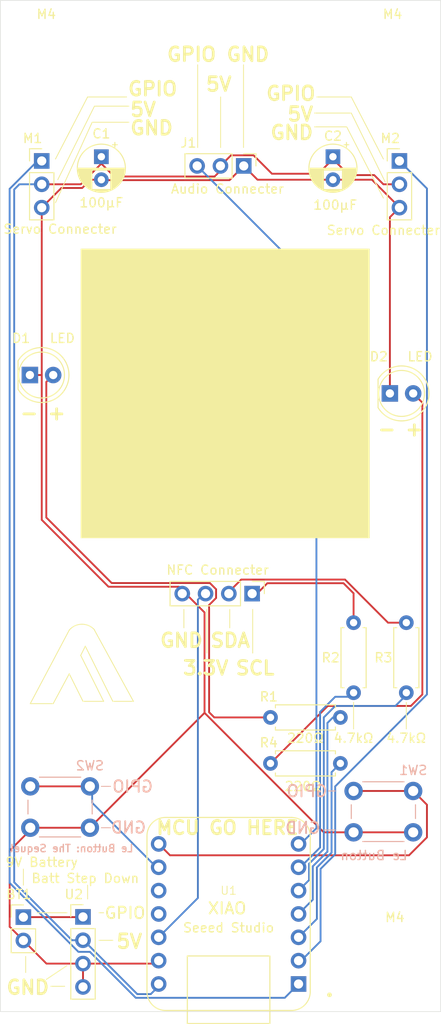
<source format=kicad_pcb>
(kicad_pcb (version 20240108) (generator "pcbnew") (generator_version "8.0")
  (layers (0 "F.Cu" signal) (31 "B.Cu" signal) (34 "B.Paste" user) (35 "F.Paste" user) (36 "B.SilkS" user "B.Silkscreen") (37 "F.SilkS" user "F.Silkscreen") (38 "B.Mask" user) (39 "F.Mask" user) (44 "Edge.Cuts" user))
  (net 0 "")
  (net 1 "Net-(BT1-+)")
  (net 2 "GND")
  (net 3 "+5V")
  (net 4 "Net-(D1-A)")
  (net 5 "Net-(M1-PWM)")
  (net 6 "Net-(M2-PWM)")
  (net 7 "+3.3V")
  (net 8 "Net-(NFC_Connect1-SDA)")
  (net 9 "Net-(NFC_Connect1-SCL)")
  (net 10 "Net-(U1-GPIO21{slash}D3)")
  (net 11 "Net-(U1-GPIO23{slash}D5{slash}SCL)")
  (net 12 "Net-(U1-GPIO22{slash}D4{slash}SDA)")
  (net 13 "Net-(U1-GPIO17{slash}D7{slash}RX)")
  (net 14 "Net-(U1-GPIO19{slash}D8{slash}SCK)")
  (net 15 "Net-(J1-Pin_3)")
  (net 17 "Net-(D2-A)")
  (net 19 "Net-(U1-GPIO2{slash}A2{slash}D2)")
  (footprint "Connector_PinHeader_2.54mm:PinHeader_1x02_P2.54mm_Vertical" (layer "F.Cu") (at 121.5 136.225)
    (property "Reference" "BT1" (at -0.5 -2.475 0) (layer "F.SilkS"))
    (property "Value" "9V Battery" (at 2 -5.975 0) (layer "F.SilkS"))
    (pad "1" thru_hole rect (at 0 0) (size 1.7 1.7) (drill 1) (layers "*.Cu" "*.Mask") (net 1 "Net-(BT1-+)"))
    (pad "2" thru_hole oval (at 0 2.54) (size 1.7 1.7) (drill 1) (layers "*.Cu" "*.Mask") (net 2 "GND"))
  )
  (footprint "Connector_PinHeader_2.54mm:PinHeader_1x03_P2.54mm_Vertical" (layer "F.Cu") (at 123.5 53.96)
    (property "Reference" "M1" (at -1 -2.46 0) (layer "F.SilkS"))
    (property "Value" "Servo Connecter" (at 2 7.41 0) (layer "F.SilkS"))
    (pad "1" thru_hole rect (at 0 0) (size 1.7 1.7) (drill 1) (layers "*.Cu" "*.Mask") (net 5 "Net-(M1-PWM)"))
    (pad "2" thru_hole oval (at 0 2.54) (size 1.7 1.7) (drill 1) (layers "*.Cu" "*.Mask") (net 3 "+5V"))
    (pad "3" thru_hole oval (at 0 5.08) (size 1.7 1.7) (drill 1) (layers "*.Cu" "*.Mask") (net 2 "GND"))
  )
  (footprint "Connector_PinHeader_2.54mm:PinHeader_1x03_P2.54mm_Vertical" (layer "F.Cu") (at 145.525 54.5 -90)
    (property "Reference" "J1" (at -2.5 6.025 180) (layer "F.SilkS"))
    (property "Value" "Audio Connecter" (at 2.5 1.775 180) (layer "F.SilkS"))
    (pad "1" thru_hole rect (at 0 0 270) (size 1.7 1.7) (drill 1) (layers "*.Cu" "*.Mask") (net 2 "GND"))
    (pad "2" thru_hole oval (at 0 2.54 270) (size 1.7 1.7) (drill 1) (layers "*.Cu" "*.Mask") (net 3 "+5V"))
    (pad "3" thru_hole oval (at 0 5.08 270) (size 1.7 1.7) (drill 1) (layers "*.Cu" "*.Mask") (net 15 "Net-(J1-Pin_3)"))
  )
  (footprint "LED_THT:LED_D5.0mm" (layer "F.Cu") (at 122.21 77.25)
    (property "Reference" "D1" (at -0.96 -4 0) (layer "F.SilkS"))
    (property "Value" "LED" (at 3.54 -4 0) (layer "F.SilkS"))
    (pad "1" thru_hole rect (at 0 0) (size 1.8 1.8) (drill 0.9) (layers "*.Cu" "*.Mask") (net 2 "GND"))
    (pad "2" thru_hole circle (at 2.54 0) (size 1.8 1.8) (drill 0.9) (layers "*.Cu" "*.Mask") (net 4 "Net-(D1-A)"))
  )
  (footprint "MountingHole:MountingHole_4.3mm_M4" (layer "F.Cu") (at 124 43.25)
    (property "Reference" "M4" (at 0 -5.25 0) (layer "F.SilkS"))
    (property "Value" "MountingHole_4.3mm_M4" (hide yes))
    (pad "" np_thru_hole circle (at 0 0) (size 4.3 4.3) (drill 4.3) (layers "*.Cu" "*.Mask"))
  )
  (footprint "Resistor_THT:R_Axial_DIN0207_L6.3mm_D2.5mm_P7.62mm_Horizontal" (layer "F.Cu") (at 163.25 111.81 90)
    (property "Reference" "R3" (at 3.81 -2.5 180) (layer "F.SilkS"))
    (property "Value" "4.7kΩ" (at -4.94 0 180) (layer "F.SilkS"))
    (pad "1" thru_hole circle (at 0 0 90) (size 1.6 1.6) (drill 0.8) (layers "*.Cu" "*.Mask") (net 12 "Net-(U1-GPIO22{slash}D4{slash}SDA)"))
    (pad "2" thru_hole oval (at 7.62 0 90) (size 1.6 1.6) (drill 0.8) (layers "*.Cu" "*.Mask") (net 8 "Net-(NFC_Connect1-SDA)"))
  )
  (footprint "Resistor_THT:R_Axial_DIN0207_L6.3mm_D2.5mm_P7.62mm_Horizontal" (layer "F.Cu") (at 148.44 114.5)
    (property "Reference" "R1" (at -0.19 -2.25 0) (layer "F.SilkS"))
    (property "Value" "220Ω" (at 3.81 2.25 0) (layer "F.SilkS"))
    (pad "1" thru_hole circle (at 0 0) (size 1.6 1.6) (drill 0.8) (layers "*.Cu" "*.Mask") (net 4 "Net-(D1-A)"))
    (pad "2" thru_hole oval (at 7.62 0) (size 1.6 1.6) (drill 0.8) (layers "*.Cu" "*.Mask") (net 10 "Net-(U1-GPIO21{slash}D3)"))
  )
  (footprint "LED_THT:LED_D5.0mm" (layer "F.Cu") (at 161.46 79.25)
    (property "Reference" "D2" (at -1.21 -4 0) (layer "F.SilkS"))
    (property "Value" "LED" (at 3.29 -4 0) (layer "F.SilkS"))
    (pad "1" thru_hole rect (at 0 0) (size 1.8 1.8) (drill 0.9) (layers "*.Cu" "*.Mask") (net 2 "GND"))
    (pad "2" thru_hole circle (at 2.54 0) (size 1.8 1.8) (drill 0.9) (layers "*.Cu" "*.Mask") (net 17 "Net-(D2-A)"))
  )
  (footprint "Connector_PinHeader_2.54mm:PinHeader_1x04_P2.54mm_Vertical" (layer "F.Cu") (at 128 136.2)
    (property "Reference" "U2" (at -1 -2.45 0) (layer "F.SilkS"))
    (property "Value" "Batt Step Down" (at 0.25 -4.2 0) (layer "F.SilkS"))
    (pad "1" thru_hole rect (at 0 0) (size 1.7 1.7) (drill 1) (layers "*.Cu" "*.Mask") (net 1 "Net-(BT1-+)"))
    (pad "2" thru_hole oval (at 0 2.54) (size 1.7 1.7) (drill 1) (layers "*.Cu" "*.Mask") (net 3 "+5V"))
    (pad "3" thru_hole oval (at 0 5.08) (size 1.7 1.7) (drill 1) (layers "*.Cu" "*.Mask") (net 2 "GND"))
    (pad "4" thru_hole oval (at 0 7.62) (size 1.7 1.7) (drill 1) (layers "*.Cu" "*.Mask") (net 2 "GND"))
  )
  (footprint "MountingHole:MountingHole_4.3mm_M4" (layer "F.Cu") (at 162 141.5)
    (property "Reference" "M4" (at 0 -5.25 0) (layer "F.SilkS"))
    (property "Value" "MountingHole_4.3mm_M4" (hide yes))
    (pad "" np_thru_hole circle (at 0 0) (size 4.3 4.3) (drill 4.3) (layers "*.Cu" "*.Mask"))
  )
  (footprint "MountingHole:MountingHole_4.3mm_M4" (layer "F.Cu") (at 161.75 43.25)
    (property "Reference" "M4" (at 0 -5.25 0) (layer "F.SilkS"))
    (property "Value" "MountingHole_4.3mm_M4" (hide yes))
    (pad "" np_thru_hole circle (at 0 0) (size 4.3 4.3) (drill 4.3) (layers "*.Cu" "*.Mask"))
  )
  (footprint "Capacitor_THT:CP_Radial_D5.0mm_P2.50mm" (layer "F.Cu") (at 155.25 53.5 -90)
    (property "Reference" "C2" (at -2.25 0 180) (layer "F.SilkS"))
    (property "Value" "100 µF" (at 5.25 -0.25 180) (layer "F.SilkS"))
    (pad "1" thru_hole rect (at 0 0 270) (size 1.6 1.6) (drill 0.8) (layers "*.Cu" "*.Mask") (net 3 "+5V"))
    (pad "2" thru_hole circle (at 2.5 0 270) (size 1.6 1.6) (drill 0.8) (layers "*.Cu" "*.Mask") (net 2 "GND"))
  )
  (footprint "Connector_PinHeader_2.54mm:PinHeader_1x03_P2.54mm_Vertical" (layer "F.Cu") (at 162.5 53.96)
    (property "Reference" "M2" (at -1 -2.46 0) (layer "F.SilkS"))
    (property "Value" "Servo Connecter" (at -1.75 7.54 0) (layer "F.SilkS"))
    (pad "1" thru_hole rect (at 0 0) (size 1.7 1.7) (drill 1) (layers "*.Cu" "*.Mask") (net 6 "Net-(M2-PWM)"))
    (pad "2" thru_hole oval (at 0 2.54) (size 1.7 1.7) (drill 1) (layers "*.Cu" "*.Mask") (net 3 "+5V"))
    (pad "3" thru_hole oval (at 0 5.08) (size 1.7 1.7) (drill 1) (layers "*.Cu" "*.Mask") (net 2 "GND"))
  )
  (footprint "Library:XIAO-Generic-Thruhole-14P-2.54-21X17.8MM" (layer "F.Cu") (at 143.875 135.88 180)
    (property "Reference" "U1" (at 0 2.54 0) (layer "F.SilkS") (effects (font (size 0.889 0.889) (thickness 0.1016))))
    (property "Value" "XIAO-ESP32-C6" (hide yes))
    (fp_text user "Seeed Studio" (at 0 -1.5 0) (layer "F.SilkS"))
    (fp_text user "MCU GO HERE" (at 0.125 9.38 0) (layer "F.SilkS") (effects (font (size 1.45 1.45) (thickness 0.3))))
    (pad "1" thru_hole rect (at -7.625 -7.62) (size 1.7 1.7) (drill 1) (layers "*.Cu" "*.Mask") (net 5 "Net-(M1-PWM)"))
    (pad "2" thru_hole circle (at -7.625 -5.08) (size 1.7 1.7) (drill 1) (layers "*.Cu" "*.Mask") (net 6 "Net-(M2-PWM)"))
    (pad "3" thru_hole circle (at -7.625 -2.54) (size 1.7 1.7) (drill 1) (layers "*.Cu" "*.Mask") (net 19 "Net-(U1-GPIO2{slash}A2{slash}D2)"))
    (pad "4" thru_hole circle (at -7.625 0) (size 1.7 1.7) (drill 1) (layers "*.Cu" "*.Mask") (net 10 "Net-(U1-GPIO21{slash}D3)"))
    (pad "5" thru_hole circle (at -7.625 2.54) (size 1.7 1.7) (drill 1) (layers "*.Cu" "*.Mask") (net 12 "Net-(U1-GPIO22{slash}D4{slash}SDA)"))
    (pad "6" thru_hole circle (at -7.625 5.08 180) (size 1.7 1.7) (drill 1) (layers "*.Cu" "*.Mask") (net 11 "Net-(U1-GPIO23{slash}D5{slash}SCL)"))
    (pad "7" thru_hole circle (at -7.625 7.62) (size 1.7 1.7) (drill 1) (layers "*.Cu" "*.Mask") (net 15 "Net-(J1-Pin_3)"))
    (pad "8" thru_hole circle (at 7.625 7.62) (size 1.7 1.7) (drill 1) (layers "*.Cu" "*.Mask") (net 13 "Net-(U1-GPIO17{slash}D7{slash}RX)"))
    (pad "9" thru_hole circle (at 7.625 5.08) (size 1.7 1.7) (drill 1) (layers "*.Cu" "*.Mask") (net 14 "Net-(U1-GPIO19{slash}D8{slash}SCK)"))
    (pad "10" thru_hole circle (at 7.625 2.54) (size 1.7 1.7) (drill 1) (layers "*.Cu" "*.Mask"))
    (pad "11" thru_hole circle (at 7.625 0) (size 1.7 1.7) (drill 1) (layers "*.Cu" "*.Mask"))
    (pad "12" thru_hole circle (at 7.625 -2.54) (size 1.7 1.7) (drill 1) (layers "*.Cu" "*.Mask") (net 7 "+3.3V"))
    (pad "13" thru_hole circle (at 7.625 -5.08) (size 1.7 1.7) (drill 1) (layers "*.Cu" "*.Mask") (net 2 "GND"))
    (pad "14" thru_hole circle (at 7.625 -7.62) (size 1.7 1.7) (drill 1) (layers "*.Cu" "*.Mask") (net 3 "+5V"))
  )
  (footprint "Connector_PinHeader_2.54mm:PinHeader_1x04_P2.54mm_Vertical" (layer "F.Cu") (at 146.44 101.03 -90)
    (property "Reference" "NFC Connecter" (at -2.57 3.76 180) (layer "F.SilkS"))
    (property "Value" "~")
    (pad "1" thru_hole rect (at 0 0 270) (size 1.7 1.7) (drill 1) (layers "*.Cu" "*.Mask") (net 9 "Net-(NFC_Connect1-SCL)"))
    (pad "2" thru_hole oval (at 0 2.54 270) (size 1.7 1.7) (drill 1) (layers "*.Cu" "*.Mask") (net 8 "Net-(NFC_Connect1-SDA)"))
    (pad "3" thru_hole oval (at 0 5.08 270) (size 1.7 1.7) (drill 1) (layers "*.Cu" "*.Mask") (net 7 "+3.3V"))
    (pad "4" thru_hole oval (at 0 7.62 270) (size 1.7 1.7) (drill 1) (layers "*.Cu" "*.Mask") (net 2 "GND"))
  )
  (footprint "Capacitor_THT:CP_Radial_D5.0mm_P2.50mm" (layer "F.Cu") (at 130 53.5 -90)
    (property "Reference" "C1" (at -2.5 0 180) (layer "F.SilkS"))
    (property "Value" "100 µF" (at 5 0 180) (layer "F.SilkS"))
    (pad "1" thru_hole rect (at 0 0 270) (size 1.6 1.6) (drill 0.8) (layers "*.Cu" "*.Mask") (net 3 "+5V"))
    (pad "2" thru_hole circle (at 2.5 0 270) (size 1.6 1.6) (drill 0.8) (layers "*.Cu" "*.Mask") (net 2 "GND"))
  )
  (footprint "Resistor_THT:R_Axial_DIN0207_L6.3mm_D2.5mm_P7.62mm_Horizontal" (layer "F.Cu") (at 148.44 119.5)
    (property "Reference" "R4" (at -0.19 -2.25 180) (layer "F.SilkS"))
    (property "Value" "220Ω" (at 3.56 2.5 180) (layer "F.SilkS"))
    (pad "1" thru_hole circle (at 0 0) (size 1.6 1.6) (drill 0.8) (layers "*.Cu" "*.Mask") (net 17 "Net-(D2-A)"))
    (pad "2" thru_hole oval (at 7.62 0) (size 1.6 1.6) (drill 0.8) (layers "*.Cu" "*.Mask") (net 19 "Net-(U1-GPIO2{slash}A2{slash}D2)"))
  )
  (footprint "Resistor_THT:R_Axial_DIN0207_L6.3mm_D2.5mm_P7.62mm_Horizontal" (layer "F.Cu") (at 157.5 111.81 90)
    (property "Reference" "R2" (at 3.81 -2.5 180) (layer "F.SilkS"))
    (property "Value" "4.7kΩ" (at -4.94 0 180) (layer "F.SilkS"))
    (pad "1" thru_hole circle (at 0 0 90) (size 1.6 1.6) (drill 0.8) (layers "*.Cu" "*.Mask") (net 11 "Net-(U1-GPIO23{slash}D5{slash}SCL)"))
    (pad "2" thru_hole oval (at 7.62 0 90) (size 1.6 1.6) (drill 0.8) (layers "*.Cu" "*.Mask") (net 9 "Net-(NFC_Connect1-SCL)"))
  )
  (footprint "Button_Switch_THT:SW_PUSH_6mm" (layer "B.Cu") (at 128.75 122 180)
    (property "Reference" "SW2" (at 0 2.25 0) (layer "B.SilkS") (effects (justify mirror)))
    (property "Value" "Le Button" (at -30.97 -7.51 0) (layer "B.SilkS") (effects (justify mirror)))
    (pad "1" thru_hole circle (at 0 0 90) (size 2 2) (drill 1.1) (layers "*.Cu" "*.Mask") (net 14 "Net-(U1-GPIO19{slash}D8{slash}SCK)"))
    (pad "1" thru_hole circle (at 6.5 0 90) (size 2 2) (drill 1.1) (layers "*.Cu" "*.Mask") (net 14 "Net-(U1-GPIO19{slash}D8{slash}SCK)"))
    (pad "2" thru_hole circle (at 0 -4.5 90) (size 2 2) (drill 1.1) (layers "*.Cu" "*.Mask") (net 2 "GND"))
    (pad "2" thru_hole circle (at 6.5 -4.5 90) (size 2 2) (drill 1.1) (layers "*.Cu" "*.Mask") (net 2 "GND"))
  )
  (footprint "Button_Switch_THT:SW_PUSH_6mm" (layer "B.Cu") (at 164 122.5 180)
    (property "Reference" "SW1" (at 0 2.25 0) (layer "B.SilkS") (effects (justify mirror)))
    (property "Value" "Le Button: The Sequel" (at 37.25 -6.25 0) (layer "B.SilkS") (effects (font (size 0.8 0.8)) (justify mirror)))
    (pad "1" thru_hole circle (at 0 0 90) (size 2 2) (drill 1.1) (layers "*.Cu" "*.Mask") (net 13 "Net-(U1-GPIO17{slash}D7{slash}RX)"))
    (pad "1" thru_hole circle (at 6.5 0 90) (size 2 2) (drill 1.1) (layers "*.Cu" "*.Mask") (net 13 "Net-(U1-GPIO17{slash}D7{slash}RX)"))
    (pad "2" thru_hole circle (at 0 -4.5 90) (size 2 2) (drill 1.1) (layers "*.Cu" "*.Mask") (net 2 "GND"))
    (pad "2" thru_hole circle (at 6.5 -4.5 90) (size 2 2) (drill 1.1) (layers "*.Cu" "*.Mask") (net 2 "GND"))
  )
  (gr_line (start 131 122) (end 130 122) (stroke (width 0.1)) (layer "B.SilkS"))
  (gr_line (start 154.75 122.5) (end 155.5 122.5) (stroke (width 0.1)) (layer "B.SilkS"))
  (gr_line (start 131 126.5) (end 130 126.5) (stroke (width 0.1)) (layer "B.SilkS"))
  (gr_line (start 154.25 126.75) (end 155.5 126.75) (stroke (width 0.1)) (layer "B.SilkS"))
  (gr_line (start 157.5 112.86) (end 157.5 115.75) (stroke (width 0.1)) (layer "F.SilkS"))
  (gr_line (start 133 48) (end 129.25 48) (stroke (width 0.1)) (layer "F.SilkS"))
  (gr_line (start 129 49.75) (end 125 58.5) (stroke (width 0.1)) (layer "F.SilkS"))
  (gr_line (start 130.25 135.75) (end 129.75 135.75) (stroke (width 0.1)) (layer "F.SilkS"))
  (gr_line (start 153.5 47) (end 157.25 47) (stroke (width 0.1)) (layer "F.SilkS"))
  (gr_line (start 128.5 132.75) (end 128.5 134.25) (stroke (width 0.1)) (layer "F.SilkS"))
  (gr_line (start 132.75 47) (end 128.5 47) (stroke (width 0.1)) (layer "F.SilkS"))
  (gr_arc (start 126.500001 105) (mid 127.87343 104.360267) (end 129.258219 104.975021) (stroke (width 0.1)) (layer "F.SilkS"))
  (gr_line (start 127.75 107.75) (end 128.25 106.75) (stroke (width 0.1)) (layer "F.SilkS"))
  (gr_line (start 146.5 102.75) (end 146.5 107.5) (stroke (width 0.1)) (layer "F.SilkS"))
  (gr_line (start 129.25 48) (end 125.25 56) (stroke (width 0.1)) (layer "F.SilkS"))
  (gr_line (start 121.75 142.25) (end 121.75 140.5) (stroke (width 0.1)) (layer "F.SilkS"))
  (gr_line (start 145.5 52.5) (end 145.5 43.5) (stroke (width 0.1)) (layer "F.SilkS"))
  (gr_line (start 121.5 131) (end 121.5 132.75) (stroke (width 0.1)) (layer "F.SilkS"))
  (gr_line (start 133 49.75) (end 129 49.75) (stroke (width 0.1)) (layer "F.SilkS"))
  (gr_line (start 157.25 48.75) (end 160.95 56.25) (stroke (width 0.1)) (layer "F.SilkS"))
  (gr_line (start 156.75 50.25) (end 160.75 58) (stroke (width 0.1)) (layer "F.SilkS"))
  (gr_line (start 128 112.75) (end 130.25 112.75) (stroke (width 0.1)) (layer "F.SilkS"))
  (gr_line (start 153.25 50.25) (end 156.75 50.25) (stroke (width 0.1)) (layer "F.SilkS"))
  (gr_line (start 131.25 112.75) (end 133.5 112.75) (stroke (width 0.1)) (layer "F.SilkS"))
  (gr_line (start 157.25 47) (end 160.75 53.75) (stroke (width 0.1)) (layer "F.SilkS"))
  (gr_line (start 126.5 109.75) (end 128 112.75) (stroke (width 0.1)) (layer "F.SilkS"))
  (gr_poly (pts (xy 127.75 63.5) (xy 127.75 95) (xy 159.25 95) (xy 159.25 63.5)) (fill solid) (layer "F.SilkS"))
  (gr_line (start 124.75 113) (end 126.5 109.75) (stroke (width 0.1)) (layer "F.SilkS"))
  (gr_line (start 126.25 135.75) (end 123 135.75) (stroke (width 0.1)) (layer "F.SilkS"))
  (gr_line (start 130.25 112.75) (end 127.75 107.75) (stroke (width 0.1)) (layer "F.SilkS"))
  (gr_line (start 122.25 113) (end 124.75 113) (stroke (width 0.1)) (layer "F.SilkS"))
  (gr_line (start 128.5 47) (end 125 53.75) (stroke (width 0.1)) (layer "F.SilkS"))
  (gr_line (start 139 102.75) (end 139 104.75) (stroke (width 0.1)) (layer "F.SilkS"))
  (gr_line (start 133.5 112.75) (end 129.25 105) (stroke (width 0.1)) (layer "F.SilkS"))
  (gr_line (start 128.25 106.75) (end 131.25 112.75) (stroke (width 0.1)) (layer "F.SilkS"))
  (gr_line (start 163.25 112.86) (end 163.25 115.75) (stroke (width 0.1)) (layer "F.SilkS"))
  (gr_line (start 129.75 138.75) (end 131.25 138.75) (stroke (width 0.1)) (layer "F.SilkS"))
  (gr_line (start 124 143) (end 126.25 141.5) (stroke (width 0.1)) (layer "F.SilkS"))
  (gr_line (start 143 47) (end 143 52.5) (stroke (width 0.1)) (layer "F.SilkS"))
  (gr_line (start 124.5 143.75) (end 126 143.75) (stroke (width 0.1)) (layer "F.SilkS"))
  (gr_line (start 140.5 52.5) (end 140.5 43.5) (stroke (width 0.1)) (layer "F.SilkS"))
  (gr_line (start 153.25 48.75) (end 157.25 48.75) (stroke (width 0.1)) (layer "F.SilkS"))
  (gr_line (start 144 102.75) (end 144 104.75) (stroke (width 0.1)) (layer "F.SilkS"))
  (gr_line (start 122.25 113) (end 126.5 105) (stroke (width 0.1)) (layer "F.SilkS"))
  (gr_line (start 141.5 102.75) (end 141.5 107.5) (stroke (width 0.1)) (layer "F.SilkS"))
  (gr_rect (start 119 36.5) (end 167 146.5) (stroke (width 0.05)) (fill none) (layer "Edge.Cuts"))
  (gr_text "GND" (at 134.994399 127.211361 0) (layer "B.SilkS") (effects (font (size 1.25 1.25) (thickness 0.2)) (justify left bottom mirror)))
  (gr_text "GND" (at 154 127.25 0) (layer "B.SilkS") (effects (font (size 1.25 1.25) (thickness 0.2)) (justify left bottom mirror)))
  (gr_text "GPIO" (at 135.75 122.75 0) (layer "B.SilkS") (effects (font (size 1.25 1.25) (thickness 0.2)) (justify left bottom mirror)))
  (gr_text "GPIO" (at 154.75 123.25 0) (layer "B.SilkS") (effects (font (size 1.25 1.25) (thickness 0.2)) (justify left bottom mirror)))
  (gr_text "GPIO" (at 130.25 136.5 0) (layer "F.SilkS") (effects (font (size 1.25 1.25) (thickness 0.2)) (justify left bottom)))
  (gr_text "GND" (at 133 51.25 0) (layer "F.SilkS") (effects (font (size 1.5 1.5) (thickness 0.3) (bold yes)) (justify left bottom)))
  (gr_text "SCL" (at 144.5 110 0) (layer "F.SilkS") (effects (font (size 1.5 1.5) (thickness 0.3) (bold yes)) (justify left bottom)))
  (gr_text "GPIO" (at 137 43.25 0) (layer "F.SilkS") (effects (font (size 1.5 1.5) (thickness 0.3) (bold yes)) (justify left bottom)))
  (gr_text "5V" (at 141.25 46.5 0) (layer "F.SilkS") (effects (font (size 1.5 1.5) (thickness 0.3) (bold yes)) (justify left bottom)))
  (gr_text "SDA" (at 141.75 107 0) (layer "F.SilkS") (effects (font (size 1.5 1.5) (thickness 0.3) (bold yes)) (justify left bottom)))
  (gr_text "5V" (at 131.5 139.75 0) (layer "F.SilkS") (effects (font (size 1.5 1.5) (thickness 0.3) (bold yes)) (justify left bottom)))
  (gr_text "GPIO" (at 153.5 47.5 0) (layer "F.SilkS") (effects (font (size 1.5 1.5) (thickness 0.3) (bold yes)) (justify right bottom)))
  (gr_text "XIAO" (at 141.5 136 0) (layer "F.SilkS") (effects (font (size 1.25 1.25) (thickness 0.2)) (justify left bottom)))
  (gr_text "3.3V" (at 138.75 110 0) (layer "F.SilkS") (effects (font (size 1.5 1.5) (thickness 0.3) (bold yes)) (justify left bottom)))
  (gr_text "GND" (at 143.5 43.25 0) (layer "F.SilkS") (effects (font (size 1.5 1.5) (thickness 0.3) (bold yes)) (justify left bottom)))
  (gr_text "GND" (at 119.5 144.75 0) (layer "F.SilkS") (effects (font (size 1.5 1.5) (thickness 0.3) (bold yes)) (justify left bottom)))
  (gr_text "+" (at 124 82.25 0) (layer "F.SilkS") (effects (font (size 1.5 1.5) (thickness 0.3) (bold yes)) (justify left bottom)))
  (gr_text "-" (at 121 82.25 0) (layer "F.SilkS") (effects (font (size 1.5 1.5) (thickness 0.3) (bold yes)) (justify left bottom)))
  (gr_text "+" (at 163 84 0) (layer "F.SilkS") (effects (font (size 1.5 1.5) (thickness 0.3) (bold yes)) (justify left bottom)))
  (gr_text "GPIO" (at 132.75 47 0) (layer "F.SilkS") (effects (font (size 1.5 1.5) (thickness 0.3) (bold yes)) (justify left bottom)))
  (gr_text "5V" (at 133 49.25 0) (layer "F.SilkS") (effects (font (size 1.5 1.5) (thickness 0.3) (bold yes)) (justify left bottom)))
  (gr_text "GND" (at 153.25 51.75 0) (layer "F.SilkS") (effects (font (size 1.5 1.5) (thickness 0.3) (bold yes)) (justify right bottom)))
  (gr_text "5V" (at 153.25 49.75 0) (layer "F.SilkS") (effects (font (size 1.5 1.5) (thickness 0.3) (bold yes)) (justify right bottom)))
  (gr_text "GND" (at 136.25 107 0) (layer "F.SilkS") (effects (font (size 1.5 1.5) (thickness 0.3) (bold yes)) (justify left bottom)))
  (gr_text "-" (at 160 84 0) (layer "F.SilkS") (effects (font (size 1.5 1.5) (thickness 0.3) (bold yes)) (justify left bottom)))
  (segment (start 127.975 136.225) (end 128 136.2) (width 0.2) (layer "F.Cu") (net 1))
  (segment (start 121.5 136.225) (end 127.975 136.225) (width 0.2) (layer "F.Cu") (net 1))
  (segment (start 130.05 56.05) (end 143.975 56.05) (width 0.2) (layer "F.Cu") (net 2))
  (segment (start 125.64 56.9) (end 127.915686 56.9) (width 0.2) (layer "F.Cu") (net 2))
  (segment (start 120 137.265) (end 121.5 138.765) (width 0.2) (layer "F.Cu") (net 2))
  (segment (start 155.25 55.75) (end 155 56) (width 0.2) (layer "F.Cu") (net 2))
  (segment (start 128 141.28) (end 128 143.82) (width 0.2) (layer "F.Cu") (net 2))
  (segment (start 122.21 77.25) (end 123.5 77.25) (width 0.2) (layer "F.Cu") (net 2))
  (segment (start 123.5 77.25) (end 123.5 59.04) (width 0.2) (layer "F.Cu") (net 2))
  (segment (start 123.5 93) (end 123.5 77.25) (width 0.2) (layer "F.Cu") (net 2))
  (segment (start 155.5 56) (end 155.25 55.75) (width 0.2) (layer "F.Cu") (net 2))
  (segment (start 159.5 56) (end 155.5 56) (width 0.2) (layer "F.Cu") (net 2))
  (segment (start 162.5 59) (end 159.5 56) (width 0.2) (layer "F.Cu") (net 2))
  (segment (start 122.5 126.5) (end 120 129) (width 0.2) (layer "F.Cu") (net 2))
  (segment (start 120 129) (end 120 137.265) (width 0.2) (layer "F.Cu") (net 2))
  (segment (start 157.5 127) (end 154.25 127) (width 0.2) (layer "F.Cu") (net 2))
  (segment (start 123.5 59.04) (end 125.64 56.9) (width 0.2) (layer "F.Cu") (net 2))
  (segment (start 129 126.5) (end 122.5 126.5) (width 0.2) (layer "F.Cu") (net 2))
  (segment (start 141.25 103.08) (end 138.45 100.28) (width 0.2) (layer "F.Cu") (net 2))
  (segment (start 155 56) (end 147.025 56) (width 0.2) (layer "F.Cu") (net 2))
  (segment (start 141.25 114) (end 141.25 103.08) (width 0.2) (layer "F.Cu") (net 2))
  (segment (start 130.78 100.28) (end 123.5 93) (width 0.2) (layer "F.Cu") (net 2))
  (segment (start 154.25 127) (end 141.25 114) (width 0.2) (layer "F.Cu") (net 2))
  (segment (start 161.46 79.25) (end 161.46 60.08) (width 0.2) (layer "F.Cu") (net 2))
  (segment (start 161.46 60.08) (end 162.5 59.04) (width 0.2) (layer "F.Cu") (net 2))
  (segment (start 162.5 59.04) (end 162.5 59) (width 0.2) (layer "F.Cu") (net 2))
  (segment (start 128 141.28) (end 136.17 141.28) (width 0.2) (layer "F.Cu") (net 2))
  (segment (start 128.75 126.5) (end 141.25 114) (width 0.2) (layer "F.Cu") (net 2))
  (segment (start 143.975 56.05) (end 145.525 54.5) (width 0.2) (layer "F.Cu") (net 2))
  (segment (start 130 56) (end 130.05 56.05) (width 0.2) (layer "F.Cu") (net 2))
  (segment (start 124.015 141.28) (end 121.5 138.765) (width 0.2) (layer "F.Cu") (net 2))
  (segment (start 128 141.28) (end 124.015 141.28) (width 0.2) (layer "F.Cu") (net 2))
  (segment (start 128.815686 56) (end 130 56) (width 0.2) (layer "F.Cu") (net 2))
  (segment (start 127.915686 56.9) (end 128.815686 56) (width 0.2) (layer "F.Cu") (net 2))
  (segment (start 136.17 141.28) (end 136.25 141.2) (width 0.2) (layer "F.Cu") (net 2))
  (segment (start 164 127) (end 157.5 127) (width 0.2) (layer "F.Cu") (net 2))
  (segment (start 147.025 56) (end 145.525 54.5) (width 0.2) (layer "F.Cu") (net 2))
  (segment (start 138.45 100.28) (end 130.78 100.28) (width 0.2) (layer "F.Cu") (net 2))
  (segment (start 159.75 55.5) (end 160.75 56.5) (width 0.2) (layer "F.Cu") (net 3))
  (segment (start 127.75 56.5) (end 123.5 56.5) (width 0.2) (layer "F.Cu") (net 3))
  (segment (start 130 53.5) (end 130 54.25) (width 0.2) (layer "F.Cu") (net 3))
  (segment (start 142.985 55.015) (end 142.35 55.65) (width 0.2) (layer "F.Cu") (net 3))
  (segment (start 146.6 53.35) (end 148.6 55.35) (width 0.2) (layer "F.Cu") (net 3))
  (segment (start 157 55.5) (end 159.75 55.5) (width 0.2) (layer "F.Cu") (net 3))
  (segment (start 155.5 53.5) (end 155.5 54) (width 0.2) (layer "F.Cu") (net 3))
  (segment (start 148.6 55.35) (end 153.65 55.35) (width 0.2) (layer "F.Cu") (net 3))
  (segment (start 144.135 53.35) (end 146.6 53.35) (width 0.2) (layer "F.Cu") (net 3))
  (segment (start 153.65 55.35) (end 155.5 53.5) (width 0.2) (layer "F.Cu") (net 3))
  (segment (start 131.4 55.65) (end 130 54.25) (width 0.2) (layer "F.Cu") (net 3))
  (segment (start 130 54.25) (end 127.75 56.5) (width 0.2) (layer "F.Cu") (net 3))
  (segment (start 142.985 54.5) (end 142.985 55.015) (width 0.2) (layer "F.Cu") (net 3))
  (segment (start 142.985 54.5) (end 144.135 53.35) (width 0.2) (layer "F.Cu") (net 3))
  (segment (start 160.75 56.5) (end 162.5 56.5) (width 0.2) (layer "F.Cu") (net 3))
  (segment (start 155.5 54) (end 157 55.5) (width 0.2) (layer "F.Cu") (net 3))
  (segment (start 142.35 55.65) (end 131.4 55.65) (width 0.2) (layer "F.Cu") (net 3))
  (segment (start 128 138.74) (end 126.805686 138.74) (width 0.2) (layer "B.Cu") (net 3))
  (segment (start 131.15 141.834314) (end 133.915686 144.6) (width 0.2) (layer "B.Cu") (net 3))
  (segment (start 135.39 144.6) (end 136.25 143.74) (width 0.2) (layer "B.Cu") (net 3))
  (segment (start 120.5 57.065686) (end 121.065686 56.5) (width 0.2) (layer "B.Cu") (net 3))
  (segment (start 128.055685 138.74) (end 129.15 139.834315) (width 0.2) (layer "B.Cu") (net 3))
  (segment (start 121.065686 56.5) (end 123.5 56.5) (width 0.2) (layer "B.Cu") (net 3))
  (segment (start 133.915686 144.6) (end 135.39 144.6) (width 0.2) (layer "B.Cu") (net 3))
  (segment (start 129.15 139.834315) (end 131.15 141.834314) (width 0.2) (layer "B.Cu") (net 3))
  (segment (start 120.5 132.434314) (end 120.5 57.065686) (width 0.2) (layer "B.Cu") (net 3))
  (segment (start 128 138.74) (end 128.055685 138.74) (width 0.2) (layer "B.Cu") (net 3))
  (segment (start 126.805686 138.74) (end 120.5 132.434314) (width 0.2) (layer "B.Cu") (net 3))
  (segment (start 142.315686 114.5) (end 141.75 113.934314) (width 0.2) (layer "F.Cu") (net 4))
  (segment (start 148.44 114.5) (end 142.315686 114.5) (width 0.2) (layer "F.Cu") (net 4))
  (segment (start 142.51 100.553654) (end 141.836346 99.88) (width 0.2) (layer "F.Cu") (net 4))
  (segment (start 142.51 101.506346) (end 142.51 100.553654) (width 0.2) (layer "F.Cu") (net 4))
  (segment (start 131.13 99.88) (end 124 92.75) (width 0.2) (layer "F.Cu") (net 4))
  (segment (start 124 92.75) (end 124 78) (width 0.2) (layer "F.Cu") (net 4))
  (segment (start 141.75 113.934314) (end 141.75 102.266346) (width 0.2) (layer "F.Cu") (net 4))
  (segment (start 124 78) (end 124.75 77.25) (width 0.2) (layer "F.Cu") (net 4))
  (segment (start 141.836346 99.88) (end 131.13 99.88) (width 0.2) (layer "F.Cu") (net 4))
  (segment (start 141.75 102.266346) (end 142.51 101.506346) (width 0.2) (layer "F.Cu") (net 4))
  (segment (start 123.5 53.96) (end 123.04 53.96) (width 0.2) (layer "B.Cu") (net 5))
  (segment (start 120 132.5) (end 127.5 140) (width 0.2) (layer "B.Cu") (net 5))
  (segment (start 127.5 140) (end 128.75 140) (width 0.2) (layer "B.Cu") (net 5))
  (segment (start 133.75 145) (end 150 145) (width 0.2) (layer "B.Cu") (net 5))
  (segment (start 128.75 140) (end 133.75 145) (width 0.2) (layer "B.Cu") (net 5))
  (segment (start 120 57) (end 120 132.5) (width 0.2) (layer "B.Cu") (net 5))
  (segment (start 123.04 53.96) (end 120 57) (width 0.2) (layer "B.Cu") (net 5))
  (segment (start 150 145) (end 151.5 143.5) (width 0.2) (layer "B.Cu") (net 5))
  (segment (start 155.5 129.381372) (end 155.5 122) (width 0.2) (layer "B.Cu") (net 6))
  (segment (start 153.9 130.981372) (end 155.5 129.381372) (width 0.2) (layer "B.Cu") (net 6))
  (segment (start 165.5 56.96) (end 162.5 53.96) (width 0.2) (layer "B.Cu") (net 6))
  (segment (start 153.9 138.85) (end 153.9 130.981372) (width 0.2) (layer "B.Cu") (net 6))
  (segment (start 155.5 122) (end 165.5 112) (width 0.2) (layer "B.Cu") (net 6))
  (segment (start 151.79 140.96) (end 153.9 138.85) (width 0.2) (layer "B.Cu") (net 6))
  (segment (start 151.5 140.96) (end 151.79 140.96) (width 0.2) (layer "B.Cu") (net 6))
  (segment (start 165.5 112) (end 165.5 56.96) (width 0.2) (layer "B.Cu") (net 6))
  (segment (start 141.46 100.75) (end 140.525 101.685) (width 0.2) (layer "B.Cu") (net 7))
  (segment (start 140.525 134.145) (end 136.25 138.42) (width 0.2) (layer "B.Cu") (net 7))
  (segment (start 140.525 101.685) (end 140.525 134.145) (width 0.2) (layer "B.Cu") (net 7))
  (segment (start 145.25 99.5) (end 156.565686 99.5) (width 0.2) (layer "F.Cu") (net 8))
  (segment (start 161.255686 104.19) (end 163.5 104.19) (width 0.2) (layer "F.Cu") (net 8))
  (segment (start 156.565686 99.5) (end 161.255686 104.19) (width 0.2) (layer "F.Cu") (net 8))
  (segment (start 144 100.75) (end 145.25 99.5) (width 0.2) (layer "F.Cu") (net 8))
  (segment (start 156.4 99.9) (end 157.5 101) (width 0.2) (layer "F.Cu") (net 9))
  (segment (start 147.25 100.75) (end 148.1 99.9) (width 0.2) (layer "F.Cu") (net 9))
  (segment (start 157.5 101) (end 157.5 104.19) (width 0.2) (layer "F.Cu") (net 9))
  (segment (start 148.1 99.9) (end 156.4 99.9) (width 0.2) (layer "F.Cu") (net 9))
  (segment (start 146.54 100.75) (end 147.25 100.75) (width 0.2) (layer "F.Cu") (net 9))
  (segment (start 153.05 134.33) (end 153.05 130.7) (width 0.2) (layer "B.Cu") (net 10))
  (segment (start 154.65 129.1) (end 154.65 115.1) (width 0.2) (layer "B.Cu") (net 10))
  (segment (start 153.05 130.7) (end 154.65 129.1) (width 0.2) (layer "B.Cu") (net 10))
  (segment (start 154.65 115.1) (end 155.25 114.5) (width 0.2) (layer "B.Cu") (net 10))
  (segment (start 155.25 114.5) (end 156.06 114.5) (width 0.2) (layer "B.Cu") (net 10))
  (segment (start 151.5 135.88) (end 153.05 134.33) (width 0.2) (layer "B.Cu") (net 10))
  (segment (start 151.5 130.8) (end 151.7 130.8) (width 0.2) (layer "B.Cu") (net 11))
  (segment (start 153.85 128.65) (end 153.85 113.9) (width 0.2) (layer "B.Cu") (net 11))
  (segment (start 157.06 112.25) (end 157.5 111.81) (width 0.2) (layer "B.Cu") (net 11))
  (segment (start 153.85 113.9) (end 155.5 112.25) (width 0.2) (layer "B.Cu") (net 11))
  (segment (start 151.7 130.8) (end 153.85 128.65) (width 0.2) (layer "B.Cu") (net 11))
  (segment (start 155.5 112.25) (end 157.06 112.25) (width 0.2) (layer "B.Cu") (net 11))
  (segment (start 152.65 132.19) (end 152.65 130.415686) (width 0.2) (layer "B.Cu") (net 12))
  (segment (start 162.06 113.25) (end 163.5 111.81) (width 0.2) (layer "B.Cu") (net 12))
  (segment (start 154.25 128.815686) (end 154.25 114.5) (width 0.2) (layer "B.Cu") (net 12))
  (segment (start 154.25 114.5) (end 155.5 113.25) (width 0.2) (layer "B.Cu") (net 12))
  (segment (start 151.5 133.34) (end 152.65 132.19) (width 0.2) (layer "B.Cu") (net 12))
  (segment (start 155.5 113.25) (end 162.06 113.25) (width 0.2) (layer "B.Cu") (net 12))
  (segment (start 152.65 130.415686) (end 154.25 128.815686) (width 0.2) (layer "B.Cu") (net 12))
  (segment (start 137.49 129.5) (end 136.25 128.26) (width 0.2) (layer "F.Cu") (net 13))
  (segment (start 157.5 122.5) (end 164 122.5) (width 0.2) (layer "F.Cu") (net 13))
  (segment (start 165.5 127.544239) (end 163.544239 129.5) (width 0.2) (layer "F.Cu") (net 13))
  (segment (start 163.544239 129.5) (end 137.49 129.5) (width 0.2) (layer "F.Cu") (net 13))
  (segment (start 165.5 124) (end 165.5 127.544239) (width 0.2) (layer "F.Cu") (net 13))
  (segment (start 164 122.5) (end 165.5 124) (width 0.2) (layer "F.Cu") (net 13))
  (segment (start 122.5 122) (end 129 122) (width 0.2) (layer "F.Cu") (net 14))
  (segment (start 129 122) (end 129 123.79) (width 0.2) (layer "B.Cu") (net 14))
  (segment (start 129 123.79) (end 136.25 131.04) (width 0.2) (layer "B.Cu") (net 14))
  (segment (start 153.45 67.505) (end 153.45 126.55) (width 0.2) (layer "B.Cu") (net 15))
  (segment (start 140.445 54.5) (end 153.45 67.505) (width 0.2) (layer "B.Cu") (net 15))
  (segment (start 151.74 128.26) (end 151.5 128.26) (width 0.2) (layer "B.Cu") (net 15))
  (segment (start 153.45 126.55) (end 151.74 128.26) (width 0.2) (layer "B.Cu") (net 15))
  (segment (start 154.69 113.25) (end 163.75 113.25) (width 0.2) (layer "F.Cu") (net 17))
  (segment (start 165 112) (end 165 80.25) (width 0.2) (layer "F.Cu") (net 17))
  (segment (start 163.75 113.25) (end 165 112) (width 0.2) (layer "F.Cu") (net 17))
  (segment (start 165 80.25) (end 164 79.25) (width 0.2) (layer "F.Cu") (net 17))
  (segment (start 148.44 119.5) (end 154.69 113.25) (width 0.2) (layer "F.Cu") (net 17))
  (segment (start 151.89 138.81) (end 151.5 138.42) (width 0.2) (layer "F.Cu") (net 19))
  (segment (start 155.1 129.215686) (end 155.1 120.46) (width 0.2) (layer "B.Cu") (net 19))
  (segment (start 151.5 138.42) (end 153.5 136.42) (width 0.2) (layer "B.Cu") (net 19))
  (segment (start 153.5 136.42) (end 153.5 130.815686) (width 0.2) (layer "B.Cu") (net 19))
  (segment (start 155.1 120.46) (end 156.06 119.5) (width 0.2) (layer "B.Cu") (net 19))
  (segment (start 153.5 130.815686) (end 155.1 129.215686) (width 0.2) (layer "B.Cu") (net 19))
)
</source>
